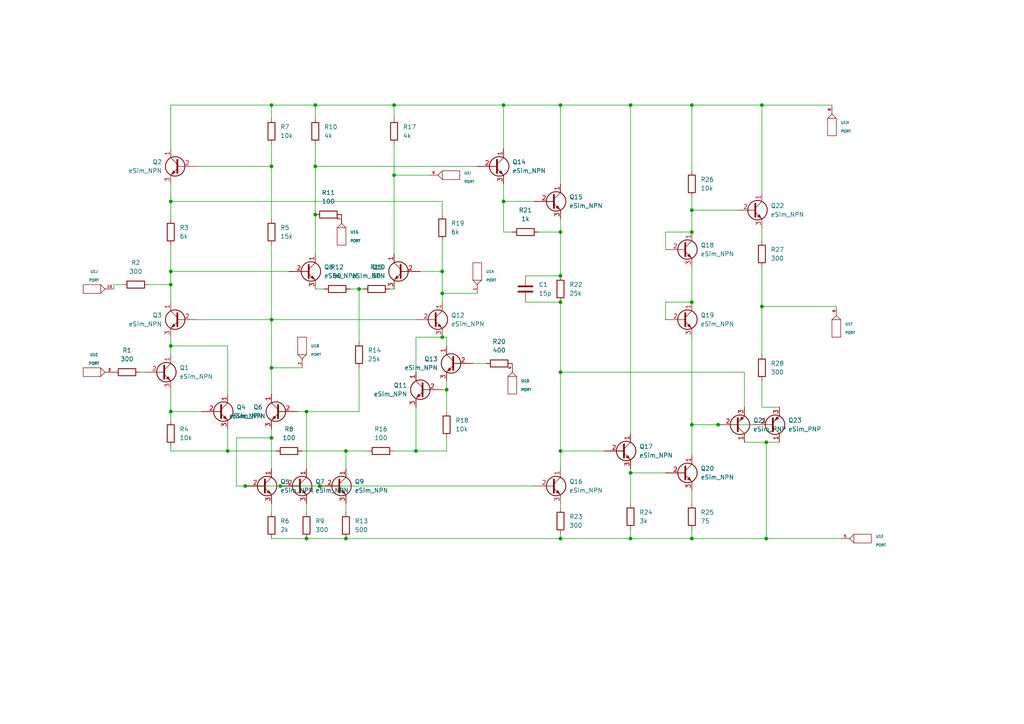
<source format=kicad_sch>
(kicad_sch (version 20211123) (generator eeschema)
  (paper "A4")
  (lib_symbols
    (symbol "eSim_Devices:capacitor" (pin_numbers hide) (pin_names (offset 0.254))
      (property "Reference" "C" (at 0.635 2.54 0))
      (property "Value" "capacitor" (at 0.635 -2.54 0))
      (symbol "capacitor_0_1"
        (polyline (pts (xy -2.032 -0.762) (xy 2.032 -0.762)) (stroke (width 0.508)))
        (polyline (pts (xy -2.032 0.762) (xy 2.032 0.762)) (stroke (width 0.508)))
      )
      (symbol "capacitor_1_1"
        (pin passive line (at 0 3.81 270) (length 2.794) (name "~") (number "1"))
        (pin passive line (at 0 -3.81 90) (length 2.794) (name "~") (number "2"))
      )
    )
    (symbol "eSim_Devices:eSim_NPN" (pin_names (offset 0) hide)
      (property "Reference" "Q" (at -2.54 1.27 0))
      (property "Value" "eSim_NPN" (at -1.27 3.81 0))
      (symbol "eSim_NPN_0_1"
        (polyline (pts (xy 0.635 0.635) (xy 2.54 2.54)))
        (polyline (pts (xy 0.635 -0.635) (xy 2.54 -2.54) (xy 2.54 -2.54)))
        (polyline (pts (xy 0.635 1.905) (xy 0.635 -1.905) (xy 0.635 -1.905)) (stroke (width 0.508)))
        (polyline (pts (xy 1.27 -1.778) (xy 1.778 -1.27) (xy 2.286 -2.286) (xy 1.27 -1.778) (xy 1.27 -1.778)) (fill (type outline)))
        (circle (center 1.27 0) (radius 2.8194) (stroke (width 0.254)))
      )
      (symbol "eSim_NPN_1_1"
        (pin passive line (at 2.54 5.08 270) (length 2.54) (name "C") (number "1"))
        (pin passive line (at -5.08 0 0) (length 5.715) (name "B") (number "2"))
        (pin passive line (at 2.54 -5.08 90) (length 2.54) (name "E") (number "3"))
      )
    )
    (symbol "eSim_Devices:eSim_PNP" (pin_names (offset 0) hide)
      (property "Reference" "Q" (at -2.54 1.27 0))
      (property "Value" "eSim_PNP" (at -1.27 3.81 0))
      (symbol "eSim_PNP_0_1"
        (polyline (pts (xy 0.635 0.635) (xy 2.54 2.54)))
        (polyline (pts (xy 0.635 -0.635) (xy 2.54 -2.54) (xy 2.54 -2.54)))
        (polyline (pts (xy 0.635 1.905) (xy 0.635 -1.905) (xy 0.635 -1.905)) (stroke (width 0.508)))
        (polyline (pts (xy 2.286 -1.778) (xy 1.778 -2.286) (xy 1.27 -1.27) (xy 2.286 -1.778) (xy 2.286 -1.778)) (fill (type outline)))
        (circle (center 1.27 0) (radius 2.8194) (stroke (width 0.254)))
      )
      (symbol "eSim_PNP_1_1"
        (pin passive line (at 2.54 5.08 270) (length 2.54) (name "C") (number "1"))
        (pin passive line (at -5.08 0 0) (length 5.715) (name "B") (number "2"))
        (pin passive line (at 2.54 -5.08 90) (length 2.54) (name "E") (number "3"))
      )
    )
    (symbol "eSim_Devices:resistor" (pin_numbers hide) (pin_names (offset 0))
      (property "Reference" "R" (at 1.27 3.302 0))
      (property "Value" "resistor" (at 1.27 -1.27 0))
      (symbol "resistor_0_1"
        (rectangle (start 3.81 0.254) (end -1.27 2.286) (stroke (width 0.254)))
      )
      (symbol "resistor_1_1"
        (pin passive line (at -2.54 1.27 0) (length 1.27) (name "~") (number "1"))
        (pin passive line (at 5.08 1.27 180) (length 1.27) (name "~") (number "2"))
      )
    )
    (symbol "eSim_Miscellaneous:PORT" (pin_names (offset 1.016))
      (property "Reference" "U" (at 1.27 2.54 0))
      (property "Value" "PORT" (at 0 0 0))
      (symbol "PORT_0_1"
        (rectangle (start -2.54 1.27) (end 2.54 -1.27))
        (arc (start 2.54 1.27) (mid 3.1355 0.5955) (end 3.81 0))
        (arc (start 3.81 0) (mid 3.1447 -0.6046) (end 2.54 -1.27))
      )
      (symbol "PORT_1_1"
        (pin bidirectional line (at 6.35 0 180) (length 2.54) (name "~") (number "1"))
      )
      (symbol "PORT_2_1"
        (pin bidirectional line (at 6.35 0 180) (length 2.54) (name "~") (number "2"))
      )
      (symbol "PORT_3_1"
        (pin bidirectional line (at 6.35 0 180) (length 2.54) (name "~") (number "3"))
      )
      (symbol "PORT_4_1"
        (pin bidirectional line (at 6.35 0 180) (length 2.54) (name "~") (number "4"))
      )
      (symbol "PORT_5_1"
        (pin bidirectional line (at 6.35 0 180) (length 2.54) (name "~") (number "5"))
      )
      (symbol "PORT_6_1"
        (pin bidirectional line (at 6.35 0 180) (length 2.54) (name "~") (number "6"))
      )
      (symbol "PORT_7_1"
        (pin bidirectional line (at 6.35 0 180) (length 2.54) (name "~") (number "7"))
      )
      (symbol "PORT_8_1"
        (pin bidirectional line (at 6.35 0 180) (length 2.54) (name "~") (number "8"))
      )
      (symbol "PORT_9_1"
        (pin bidirectional line (at 6.35 0 180) (length 2.54) (name "~") (number "9"))
      )
      (symbol "PORT_10_1"
        (pin bidirectional line (at 6.35 0 180) (length 2.54) (name "~") (number "10"))
      )
      (symbol "PORT_11_1"
        (pin bidirectional line (at 6.35 0 180) (length 2.54) (name "~") (number "11"))
      )
      (symbol "PORT_12_1"
        (pin bidirectional line (at 6.35 0 180) (length 2.54) (name "~") (number "12"))
      )
      (symbol "PORT_13_1"
        (pin bidirectional line (at 6.35 0 180) (length 2.54) (name "~") (number "13"))
      )
      (symbol "PORT_14_1"
        (pin bidirectional line (at 6.35 0 180) (length 2.54) (name "~") (number "14"))
      )
      (symbol "PORT_15_1"
        (pin bidirectional line (at 6.35 0 180) (length 2.54) (name "~") (number "15"))
      )
      (symbol "PORT_16_1"
        (pin bidirectional line (at 6.35 0 180) (length 2.54) (name "~") (number "16"))
      )
      (symbol "PORT_17_1"
        (pin bidirectional line (at 6.35 0 180) (length 2.54) (name "~") (number "17"))
      )
      (symbol "PORT_18_1"
        (pin bidirectional line (at 6.35 0 180) (length 2.54) (name "~") (number "18"))
      )
      (symbol "PORT_19_1"
        (pin bidirectional line (at 6.35 0 180) (length 2.54) (name "~") (number "19"))
      )
      (symbol "PORT_20_1"
        (pin bidirectional line (at 6.35 0 180) (length 2.54) (name "~") (number "20"))
      )
      (symbol "PORT_21_1"
        (pin bidirectional line (at 6.35 0 180) (length 2.54) (name "~") (number "21"))
      )
      (symbol "PORT_22_1"
        (pin bidirectional line (at 6.35 0 180) (length 2.54) (name "~") (number "22"))
      )
      (symbol "PORT_23_1"
        (pin bidirectional line (at 6.35 0 180) (length 2.54) (name "~") (number "23"))
      )
      (symbol "PORT_24_1"
        (pin bidirectional line (at 6.35 0 180) (length 2.54) (name "~") (number "24"))
      )
      (symbol "PORT_25_1"
        (pin bidirectional line (at 6.35 0 180) (length 2.54) (name "~") (number "25"))
      )
      (symbol "PORT_26_1"
        (pin bidirectional line (at 6.35 0 180) (length 2.54) (name "~") (number "26"))
      )
    )
  )
  (junction (at 200.66 30.48))
  (junction (at 104.14 83.82))
  (junction (at 222.25 156.21))
  (junction (at 120.65 130.81))
  (junction (at 81.28 140.97))
  (junction (at 162.56 80.01))
  (junction (at 114.3 50.8))
  (junction (at 100.33 156.21))
  (junction (at 91.44 62.23))
  (junction (at 49.53 100.33))
  (junction (at 78.74 127))
  (junction (at 182.88 156.21))
  (junction (at 182.88 30.48))
  (junction (at 182.88 137.16))
  (junction (at 78.74 92.71))
  (junction (at 91.44 48.26))
  (junction (at 66.04 130.81))
  (junction (at 220.98 88.9))
  (junction (at 146.05 58.42))
  (junction (at 71.12 140.97))
  (junction (at 162.56 87.63))
  (junction (at 114.3 30.48))
  (junction (at 78.74 106.68))
  (junction (at 78.74 48.26))
  (junction (at 162.56 156.21))
  (junction (at 128.27 78.74))
  (junction (at 91.44 30.48))
  (junction (at 222.25 128.27))
  (junction (at 49.53 78.74))
  (junction (at 146.05 30.48))
  (junction (at 49.53 82.55))
  (junction (at 200.66 60.96))
  (junction (at 200.66 67.31))
  (junction (at 78.74 30.48))
  (junction (at 162.56 107.95))
  (junction (at 128.27 85.09))
  (junction (at 128.27 97.79))
  (junction (at 49.53 58.42))
  (junction (at 92.71 140.97))
  (junction (at 200.66 156.21))
  (junction (at 162.56 130.81))
  (junction (at 100.33 130.81))
  (junction (at 200.66 87.63))
  (junction (at 88.9 156.21))
  (junction (at 220.98 30.48))
  (junction (at 49.53 119.38))
  (junction (at 129.54 113.03))
  (junction (at 88.9 119.38))
  (junction (at 162.56 30.48))
  (junction (at 208.28 123.19))
  (junction (at 162.56 67.31))
  (junction (at 200.66 123.19))
  (wire (pts (xy 182.88 125.73) (xy 182.88 30.48)))
  (wire (pts (xy 114.3 50.8) (xy 124.46 50.8)))
  (wire (pts (xy 200.66 123.19) (xy 208.28 123.19)))
  (wire (pts (xy 49.53 129.54) (xy 49.53 130.81)))
  (wire (pts (xy 128.27 62.23) (xy 128.27 58.42)))
  (wire (pts (xy 49.53 30.48) (xy 78.74 30.48)))
  (wire (pts (xy 49.53 58.42) (xy 128.27 58.42)))
  (wire (pts (xy 215.9 128.27) (xy 222.25 128.27)))
  (wire (pts (xy 129.54 113.03) (xy 129.54 119.38)))
  (wire (pts (xy 222.25 128.27) (xy 222.25 156.21)))
  (wire (pts (xy 68.58 127) (xy 78.74 127)))
  (wire (pts (xy 129.54 110.49) (xy 129.54 113.03)))
  (wire (pts (xy 88.9 119.38) (xy 104.14 119.38)))
  (wire (pts (xy 78.74 30.48) (xy 91.44 30.48)))
  (wire (pts (xy 114.3 41.91) (xy 114.3 50.8)))
  (wire (pts (xy 49.53 58.42) (xy 49.53 63.5)))
  (wire (pts (xy 78.74 156.21) (xy 88.9 156.21)))
  (wire (pts (xy 222.25 128.27) (xy 226.06 128.27)))
  (wire (pts (xy 78.74 114.3) (xy 78.74 106.68)))
  (wire (pts (xy 220.98 88.9) (xy 220.98 102.87)))
  (wire (pts (xy 162.56 130.81) (xy 162.56 135.89)))
  (wire (pts (xy 200.66 97.79) (xy 200.66 123.19)))
  (wire (pts (xy 88.9 156.21) (xy 100.33 156.21)))
  (wire (pts (xy 182.88 137.16) (xy 182.88 146.05)))
  (wire (pts (xy 222.25 156.21) (xy 243.84 156.21)))
  (wire (pts (xy 49.53 82.55) (xy 43.18 82.55)))
  (wire (pts (xy 193.04 67.31) (xy 200.66 67.31)))
  (wire (pts (xy 78.74 124.46) (xy 78.74 127)))
  (wire (pts (xy 222.25 156.21) (xy 200.66 156.21)))
  (wire (pts (xy 68.58 140.97) (xy 71.12 140.97)))
  (wire (pts (xy 104.14 99.06) (xy 104.14 83.82)))
  (wire (pts (xy 182.88 30.48) (xy 162.56 30.48)))
  (wire (pts (xy 220.98 77.47) (xy 220.98 88.9)))
  (wire (pts (xy 146.05 30.48) (xy 114.3 30.48)))
  (wire (pts (xy 49.53 119.38) (xy 49.53 121.92)))
  (wire (pts (xy 162.56 146.05) (xy 162.56 147.32)))
  (wire (pts (xy 215.9 118.11) (xy 215.9 107.95)))
  (wire (pts (xy 152.4 80.01) (xy 162.56 80.01)))
  (wire (pts (xy 114.3 34.29) (xy 114.3 30.48)))
  (wire (pts (xy 215.9 107.95) (xy 162.56 107.95)))
  (wire (pts (xy 129.54 100.33) (xy 129.54 97.79)))
  (wire (pts (xy 220.98 30.48) (xy 241.3 30.48)))
  (wire (pts (xy 66.04 124.46) (xy 66.04 130.81)))
  (wire (pts (xy 128.27 69.85) (xy 128.27 78.74)))
  (wire (pts (xy 100.33 130.81) (xy 106.68 130.81)))
  (wire (pts (xy 100.33 135.89) (xy 100.33 130.81)))
  (wire (pts (xy 78.74 127) (xy 78.74 135.89)))
  (wire (pts (xy 208.28 123.19) (xy 218.44 123.19)))
  (wire (pts (xy 40.64 107.95) (xy 41.91 107.95)))
  (wire (pts (xy 91.44 83.82) (xy 93.98 83.82)))
  (wire (pts (xy 220.98 110.49) (xy 220.98 118.11)))
  (wire (pts (xy 162.56 156.21) (xy 162.56 154.94)))
  (wire (pts (xy 128.27 78.74) (xy 121.92 78.74)))
  (wire (pts (xy 49.53 78.74) (xy 83.82 78.74)))
  (wire (pts (xy 49.53 53.34) (xy 49.53 58.42)))
  (wire (pts (xy 200.66 60.96) (xy 200.66 67.31)))
  (wire (pts (xy 78.74 146.05) (xy 78.74 148.59)))
  (wire (pts (xy 156.21 67.31) (xy 162.56 67.31)))
  (wire (pts (xy 86.36 119.38) (xy 88.9 119.38)))
  (wire (pts (xy 78.74 106.68) (xy 78.74 92.71)))
  (wire (pts (xy 220.98 88.9) (xy 242.57 88.9)))
  (wire (pts (xy 68.58 140.97) (xy 68.58 127)))
  (wire (pts (xy 91.44 41.91) (xy 91.44 48.26)))
  (wire (pts (xy 182.88 153.67) (xy 182.88 156.21)))
  (wire (pts (xy 49.53 71.12) (xy 49.53 78.74)))
  (wire (pts (xy 78.74 30.48) (xy 78.74 34.29)))
  (wire (pts (xy 91.44 62.23) (xy 91.44 73.66)))
  (wire (pts (xy 91.44 34.29) (xy 91.44 30.48)))
  (wire (pts (xy 162.56 67.31) (xy 162.56 63.5)))
  (wire (pts (xy 104.14 119.38) (xy 104.14 106.68)))
  (wire (pts (xy 182.88 135.89) (xy 182.88 137.16)))
  (wire (pts (xy 33.02 82.55) (xy 33.02 83.82)))
  (wire (pts (xy 129.54 127) (xy 129.54 130.81)))
  (wire (pts (xy 200.66 142.24) (xy 200.66 146.05)))
  (wire (pts (xy 114.3 50.8) (xy 114.3 73.66)))
  (wire (pts (xy 193.04 72.39) (xy 193.04 67.31)))
  (wire (pts (xy 120.65 97.79) (xy 128.27 97.79)))
  (wire (pts (xy 128.27 85.09) (xy 128.27 78.74)))
  (wire (pts (xy 78.74 92.71) (xy 78.74 71.12)))
  (wire (pts (xy 101.6 83.82) (xy 104.14 83.82)))
  (wire (pts (xy 58.42 119.38) (xy 49.53 119.38)))
  (wire (pts (xy 129.54 97.79) (xy 128.27 97.79)))
  (wire (pts (xy 162.56 107.95) (xy 162.56 130.81)))
  (wire (pts (xy 78.74 63.5) (xy 78.74 48.26)))
  (wire (pts (xy 92.71 140.97) (xy 154.94 140.97)))
  (wire (pts (xy 78.74 92.71) (xy 120.65 92.71)))
  (wire (pts (xy 200.66 57.15) (xy 200.66 60.96)))
  (wire (pts (xy 137.16 105.41) (xy 140.97 105.41)))
  (wire (pts (xy 81.28 140.97) (xy 92.71 140.97)))
  (wire (pts (xy 220.98 118.11) (xy 226.06 118.11)))
  (wire (pts (xy 162.56 30.48) (xy 146.05 30.48)))
  (wire (pts (xy 220.98 66.04) (xy 220.98 69.85)))
  (wire (pts (xy 49.53 43.18) (xy 49.53 30.48)))
  (wire (pts (xy 182.88 30.48) (xy 200.66 30.48)))
  (wire (pts (xy 66.04 114.3) (xy 66.04 100.33)))
  (wire (pts (xy 35.56 82.55) (xy 33.02 82.55)))
  (wire (pts (xy 220.98 55.88) (xy 220.98 30.48)))
  (wire (pts (xy 71.12 140.97) (xy 81.28 140.97)))
  (wire (pts (xy 162.56 53.34) (xy 162.56 30.48)))
  (wire (pts (xy 146.05 58.42) (xy 146.05 53.34)))
  (wire (pts (xy 49.53 82.55) (xy 49.53 87.63)))
  (wire (pts (xy 128.27 85.09) (xy 138.43 85.09)))
  (wire (pts (xy 182.88 137.16) (xy 193.04 137.16)))
  (wire (pts (xy 49.53 130.81) (xy 66.04 130.81)))
  (wire (pts (xy 114.3 130.81) (xy 120.65 130.81)))
  (wire (pts (xy 146.05 67.31) (xy 148.59 67.31)))
  (wire (pts (xy 66.04 100.33) (xy 49.53 100.33)))
  (wire (pts (xy 200.66 77.47) (xy 200.66 87.63)))
  (wire (pts (xy 200.66 123.19) (xy 200.66 132.08)))
  (wire (pts (xy 182.88 156.21) (xy 162.56 156.21)))
  (wire (pts (xy 200.66 49.53) (xy 200.66 30.48)))
  (wire (pts (xy 49.53 97.79) (xy 49.53 100.33)))
  (wire (pts (xy 129.54 113.03) (xy 128.27 113.03)))
  (wire (pts (xy 162.56 67.31) (xy 162.56 80.01)))
  (wire (pts (xy 88.9 119.38) (xy 88.9 135.89)))
  (wire (pts (xy 193.04 87.63) (xy 200.66 87.63)))
  (wire (pts (xy 114.3 30.48) (xy 91.44 30.48)))
  (wire (pts (xy 162.56 130.81) (xy 175.26 130.81)))
  (wire (pts (xy 200.66 30.48) (xy 220.98 30.48)))
  (wire (pts (xy 78.74 48.26) (xy 78.74 41.91)))
  (wire (pts (xy 91.44 48.26) (xy 91.44 62.23)))
  (wire (pts (xy 66.04 130.81) (xy 80.01 130.81)))
  (wire (pts (xy 200.66 60.96) (xy 213.36 60.96)))
  (wire (pts (xy 193.04 92.71) (xy 193.04 87.63)))
  (wire (pts (xy 78.74 106.68) (xy 87.63 106.68)))
  (wire (pts (xy 120.65 107.95) (xy 120.65 97.79)))
  (wire (pts (xy 146.05 30.48) (xy 146.05 43.18)))
  (wire (pts (xy 162.56 87.63) (xy 162.56 107.95)))
  (wire (pts (xy 200.66 153.67) (xy 200.66 156.21)))
  (wire (pts (xy 49.53 100.33) (xy 49.53 102.87)))
  (wire (pts (xy 200.66 156.21) (xy 182.88 156.21)))
  (wire (pts (xy 100.33 146.05) (xy 100.33 148.59)))
  (wire (pts (xy 49.53 119.38) (xy 49.53 113.03)))
  (wire (pts (xy 49.53 78.74) (xy 49.53 82.55)))
  (wire (pts (xy 120.65 130.81) (xy 120.65 118.11)))
  (wire (pts (xy 91.44 48.26) (xy 138.43 48.26)))
  (wire (pts (xy 152.4 87.63) (xy 162.56 87.63)))
  (wire (pts (xy 154.94 58.42) (xy 146.05 58.42)))
  (wire (pts (xy 104.14 83.82) (xy 105.41 83.82)))
  (wire (pts (xy 87.63 130.81) (xy 100.33 130.81)))
  (wire (pts (xy 128.27 87.63) (xy 128.27 85.09)))
  (wire (pts (xy 57.15 48.26) (xy 78.74 48.26)))
  (wire (pts (xy 129.54 130.81) (xy 120.65 130.81)))
  (wire (pts (xy 57.15 92.71) (xy 78.74 92.71)))
  (wire (pts (xy 146.05 58.42) (xy 146.05 67.31)))
  (wire (pts (xy 88.9 146.05) (xy 88.9 148.59)))
  (wire (pts (xy 100.33 156.21) (xy 162.56 156.21)))
  (wire (pts (xy 113.03 83.82) (xy 114.3 83.82)))
  (symbol (lib_id "eSim_Miscellaneous:PORT") (at 26.67 107.95 0) (unit 3)
    (property "Reference" "U1" (at 27.305 102.87 0) (effects (font (size 0.762 0.762))))
    (property "Value" "PORT" (at 27.305 105.41 0) (effects (font (size 0.762 0.762))))
  )
  (symbol (lib_id "eSim_Devices:resistor") (at 219.71 72.39 270) (unit 1)
    (property "Reference" "R27" (at 223.52 72.3899 90) (effects (justify left)))
    (property "Value" "300" (at 223.52 74.9299 90) (effects (justify left)))
  )
  (symbol (lib_id "eSim_Devices:resistor") (at 96.52 85.09 0) (unit 1)
    (property "Reference" "R12" (at 97.79 77.47 0))
    (property "Value" "50" (at 97.79 80.01 0))
  )
  (symbol (lib_id "eSim_Miscellaneous:PORT") (at 138.43 78.74 270) (unit 1)
    (property "Reference" "U1" (at 140.97 78.74 90) (effects (font (size 0.762 0.762)) (justify left)))
    (property "Value" "PORT" (at 140.97 81.28 90) (effects (font (size 0.762 0.762)) (justify left)))
  )
  (symbol (lib_id "eSim_Devices:eSim_PNP") (at 223.52 123.19 0) (mirror x) (unit 1)
    (property "Reference" "Q23" (at 228.6 121.9199 0) (effects (justify left)))
    (property "Value" "eSim_PNP" (at 228.6 124.4599 0) (effects (justify left)))
  )
  (symbol (lib_id "eSim_Devices:resistor") (at 92.71 39.37 90) (unit 1)
    (property "Reference" "R10" (at 93.98 36.8299 90) (effects (justify right)))
    (property "Value" "4k" (at 93.98 39.3699 90) (effects (justify right)))
  )
  (symbol (lib_id "eSim_Devices:eSim_NPN") (at 81.28 119.38 0) (mirror y) (unit 1)
    (property "Reference" "Q6" (at 76.2 118.1099 0) (effects (justify left)))
    (property "Value" "eSim_NPN" (at 76.2 120.6499 0) (effects (justify left)))
  )
  (symbol (lib_id "eSim_Devices:resistor") (at 50.8 68.58 90) (unit 1)
    (property "Reference" "R3" (at 52.07 66.0399 90) (effects (justify right)))
    (property "Value" "6k" (at 52.07 68.5799 90) (effects (justify right)))
  )
  (symbol (lib_id "eSim_Devices:eSim_NPN") (at 52.07 48.26 0) (mirror y) (unit 1)
    (property "Reference" "Q2" (at 46.99 46.9899 0) (effects (justify left)))
    (property "Value" "eSim_NPN" (at 46.99 49.5299 0) (effects (justify left)))
  )
  (symbol (lib_id "eSim_Miscellaneous:PORT") (at 148.59 111.76 90) (unit 4)
    (property "Reference" "U1" (at 151.13 110.49 90) (effects (font (size 0.762 0.762)) (justify right)))
    (property "Value" "PORT" (at 151.13 113.03 90) (effects (font (size 0.762 0.762)) (justify right)))
  )
  (symbol (lib_id "eSim_Devices:resistor") (at 85.09 129.54 180) (unit 1)
    (property "Reference" "R8" (at 83.82 124.46 0))
    (property "Value" "100" (at 83.82 127 0))
  )
  (symbol (lib_id "eSim_Devices:eSim_NPN") (at 116.84 78.74 0) (mirror y) (unit 1)
    (property "Reference" "Q10" (at 111.76 77.4699 0) (effects (justify left)))
    (property "Value" "eSim_NPN" (at 111.76 80.0099 0) (effects (justify left)))
  )
  (symbol (lib_id "eSim_Devices:resistor") (at 38.1 83.82 0) (unit 1)
    (property "Reference" "R2" (at 39.37 76.2 0))
    (property "Value" "300" (at 39.37 78.74 0))
  )
  (symbol (lib_id "eSim_Devices:eSim_NPN") (at 97.79 140.97 0) (unit 1)
    (property "Reference" "Q9" (at 102.87 139.6999 0) (effects (justify left)))
    (property "Value" "eSim_NPN" (at 102.87 142.2399 0) (effects (justify left)))
  )
  (symbol (lib_id "eSim_Devices:eSim_NPN") (at 125.73 92.71 0) (unit 1)
    (property "Reference" "Q12" (at 130.81 91.4399 0) (effects (justify left)))
    (property "Value" "eSim_NPN" (at 130.81 93.9799 0) (effects (justify left)))
  )
  (symbol (lib_id "eSim_Devices:eSim_NPN") (at 198.12 72.39 0) (unit 1)
    (property "Reference" "Q18" (at 203.2 71.1199 0) (effects (justify left)))
    (property "Value" "eSim_NPN" (at 203.2 73.6599 0) (effects (justify left)))
  )
  (symbol (lib_id "eSim_Devices:resistor") (at 181.61 148.59 270) (unit 1)
    (property "Reference" "R24" (at 185.42 148.5899 90) (effects (justify left)))
    (property "Value" "3k" (at 185.42 151.1299 90) (effects (justify left)))
  )
  (symbol (lib_id "eSim_Devices:resistor") (at 153.67 66.04 180) (unit 1)
    (property "Reference" "R21" (at 152.4 60.96 0))
    (property "Value" "1k" (at 152.4 63.5 0))
  )
  (symbol (lib_id "eSim_Devices:resistor") (at 111.76 129.54 180) (unit 1)
    (property "Reference" "R16" (at 110.49 124.46 0))
    (property "Value" "100" (at 110.49 127 0))
  )
  (symbol (lib_id "eSim_Devices:resistor") (at 161.29 82.55 270) (unit 1)
    (property "Reference" "R22" (at 165.1 82.5499 90) (effects (justify left)))
    (property "Value" "25k" (at 165.1 85.0899 90) (effects (justify left)))
  )
  (symbol (lib_id "eSim_Devices:resistor") (at 219.71 105.41 270) (unit 1)
    (property "Reference" "R28" (at 223.52 105.4099 90) (effects (justify left)))
    (property "Value" "300" (at 223.52 107.9499 90) (effects (justify left)))
  )
  (symbol (lib_id "eSim_Devices:resistor") (at 115.57 39.37 90) (unit 1)
    (property "Reference" "R17" (at 116.84 36.8299 90) (effects (justify right)))
    (property "Value" "4k" (at 116.84 39.3699 90) (effects (justify right)))
  )
  (symbol (lib_id "eSim_Devices:resistor") (at 107.95 85.09 0) (unit 1)
    (property "Reference" "R15" (at 109.22 77.47 0))
    (property "Value" "50" (at 109.22 80.01 0))
  )
  (symbol (lib_id "eSim_Devices:resistor") (at 129.54 67.31 90) (unit 1)
    (property "Reference" "R19" (at 130.81 64.7699 90) (effects (justify right)))
    (property "Value" "6k" (at 130.81 67.3099 90) (effects (justify right)))
  )
  (symbol (lib_id "eSim_Devices:resistor") (at 146.05 104.14 180) (unit 1)
    (property "Reference" "R20" (at 144.78 99.06 0))
    (property "Value" "400" (at 144.78 101.6 0))
  )
  (symbol (lib_id "eSim_Devices:eSim_NPN") (at 88.9 78.74 0) (unit 1)
    (property "Reference" "Q8" (at 93.98 77.4699 0) (effects (justify left)))
    (property "Value" "eSim_NPN" (at 93.98 80.0099 0) (effects (justify left)))
  )
  (symbol (lib_id "eSim_Devices:resistor") (at 50.8 127 90) (unit 1)
    (property "Reference" "R4" (at 52.07 124.4599 90) (effects (justify right)))
    (property "Value" "10k" (at 52.07 126.9999 90) (effects (justify right)))
  )
  (symbol (lib_id "eSim_Devices:eSim_NPN") (at 160.02 140.97 0) (unit 1)
    (property "Reference" "Q16" (at 165.1 139.6999 0) (effects (justify left)))
    (property "Value" "eSim_NPN" (at 165.1 142.2399 0) (effects (justify left)))
  )
  (symbol (lib_id "eSim_Devices:eSim_NPN") (at 143.51 48.26 0) (unit 1)
    (property "Reference" "Q14" (at 148.59 46.9899 0) (effects (justify left)))
    (property "Value" "eSim_NPN" (at 148.59 49.5299 0) (effects (justify left)))
  )
  (symbol (lib_id "eSim_Devices:eSim_NPN") (at 86.36 140.97 0) (unit 1)
    (property "Reference" "Q7" (at 91.44 139.6999 0) (effects (justify left)))
    (property "Value" "eSim_NPN" (at 91.44 142.2399 0) (effects (justify left)))
  )
  (symbol (lib_id "eSim_Devices:resistor") (at 128.27 121.92 270) (unit 1)
    (property "Reference" "R18" (at 132.08 121.9199 90) (effects (justify left)))
    (property "Value" "10k" (at 132.08 124.4599 90) (effects (justify left)))
  )
  (symbol (lib_id "eSim_Devices:eSim_NPN") (at 52.07 92.71 0) (mirror y) (unit 1)
    (property "Reference" "Q3" (at 46.99 91.4399 0) (effects (justify left)))
    (property "Value" "eSim_NPN" (at 46.99 93.9799 0) (effects (justify left)))
  )
  (symbol (lib_id "eSim_Devices:resistor") (at 87.63 151.13 270) (unit 1)
    (property "Reference" "R9" (at 91.44 151.1299 90) (effects (justify left)))
    (property "Value" "300" (at 91.44 153.6699 90) (effects (justify left)))
  )
  (symbol (lib_id "eSim_Devices:eSim_NPN") (at 63.5 119.38 0) (unit 1)
    (property "Reference" "Q4" (at 68.58 118.1099 0) (effects (justify left)))
    (property "Value" "eSim_NPN" (at 67.31 120.6499 0) (effects (justify left)))
  )
  (symbol (lib_id "eSim_Miscellaneous:PORT") (at 99.06 68.58 90) (unit 7)
    (property "Reference" "U1" (at 101.6 67.31 90) (effects (font (size 0.762 0.762)) (justify right)))
    (property "Value" "PORT" (at 101.6 69.85 90) (effects (font (size 0.762 0.762)) (justify right)))
  )
  (symbol (lib_id "eSim_Devices:eSim_NPN") (at 198.12 137.16 0) (unit 1)
    (property "Reference" "Q20" (at 203.2 135.8899 0) (effects (justify left)))
    (property "Value" "eSim_NPN" (at 203.2 138.4299 0) (effects (justify left)))
  )
  (symbol (lib_id "eSim_Miscellaneous:PORT") (at 26.67 83.82 0) (unit 10)
    (property "Reference" "U1" (at 27.305 78.74 0) (effects (font (size 0.762 0.762))))
    (property "Value" "PORT" (at 27.305 81.28 0) (effects (font (size 0.762 0.762))))
  )
  (symbol (lib_id "eSim_Devices:eSim_PNP") (at 213.36 123.19 0) (mirror x) (unit 1)
    (property "Reference" "Q21" (at 218.44 121.9199 0) (effects (justify left)))
    (property "Value" "eSim_PNP" (at 218.44 124.4599 0) (effects (justify left)))
  )
  (symbol (lib_id "eSim_Devices:resistor") (at 105.41 104.14 90) (unit 1)
    (property "Reference" "R14" (at 106.68 101.5999 90) (effects (justify right)))
    (property "Value" "25k" (at 106.68 104.1399 90) (effects (justify right)))
  )
  (symbol (lib_id "eSim_Devices:eSim_NPN") (at 180.34 130.81 0) (unit 1)
    (property "Reference" "Q17" (at 185.42 129.5399 0) (effects (justify left)))
    (property "Value" "eSim_NPN" (at 185.42 132.0799 0) (effects (justify left)))
  )
  (symbol (lib_id "eSim_Devices:resistor") (at 93.98 63.5 0) (unit 1)
    (property "Reference" "R11" (at 95.25 55.88 0))
    (property "Value" "100" (at 95.25 58.42 0))
  )
  (symbol (lib_id "eSim_Devices:eSim_NPN") (at 76.2 140.97 0) (unit 1)
    (property "Reference" "Q5" (at 81.28 139.6999 0) (effects (justify left)))
    (property "Value" "eSim_NPN" (at 81.28 142.2399 0) (effects (justify left)))
  )
  (symbol (lib_id "eSim_Miscellaneous:PORT") (at 130.81 50.8 180) (unit 9)
    (property "Reference" "U1" (at 134.62 50.165 0) (effects (font (size 0.762 0.762)) (justify right)))
    (property "Value" "PORT" (at 134.62 52.705 0) (effects (font (size 0.762 0.762)) (justify right)))
  )
  (symbol (lib_id "eSim_Devices:eSim_NPN") (at 160.02 58.42 0) (unit 1)
    (property "Reference" "Q15" (at 165.1 57.1499 0) (effects (justify left)))
    (property "Value" "eSim_NPN" (at 165.1 59.6899 0) (effects (justify left)))
  )
  (symbol (lib_id "eSim_Devices:eSim_NPN") (at 123.19 113.03 0) (mirror y) (unit 1)
    (property "Reference" "Q11" (at 118.11 111.7599 0) (effects (justify left)))
    (property "Value" "eSim_NPN" (at 118.11 114.2999 0) (effects (justify left)))
  )
  (symbol (lib_id "eSim_Miscellaneous:PORT") (at 241.3 36.83 90) (unit 8)
    (property "Reference" "U1" (at 243.84 35.56 90) (effects (font (size 0.762 0.762)) (justify right)))
    (property "Value" "PORT" (at 243.84 38.1 90) (effects (font (size 0.762 0.762)) (justify right)))
  )
  (symbol (lib_id "eSim_Devices:resistor") (at 77.47 151.13 270) (unit 1)
    (property "Reference" "R6" (at 81.28 151.1299 90) (effects (justify left)))
    (property "Value" "2k" (at 81.28 153.6699 90) (effects (justify left)))
  )
  (symbol (lib_id "eSim_Devices:eSim_NPN") (at 132.08 105.41 0) (mirror y) (unit 1)
    (property "Reference" "Q13" (at 127 104.1399 0) (effects (justify left)))
    (property "Value" "eSim_NPN" (at 127 106.6799 0) (effects (justify left)))
  )
  (symbol (lib_id "eSim_Devices:eSim_NPN") (at 218.44 60.96 0) (unit 1)
    (property "Reference" "Q22" (at 223.52 59.6899 0) (effects (justify left)))
    (property "Value" "eSim_NPN" (at 223.52 62.2299 0) (effects (justify left)))
  )
  (symbol (lib_id "eSim_Devices:resistor") (at 35.56 109.22 0) (unit 1)
    (property "Reference" "R1" (at 36.83 101.6 0))
    (property "Value" "300" (at 36.83 104.14 0))
  )
  (symbol (lib_id "eSim_Devices:resistor") (at 161.29 149.86 270) (unit 1)
    (property "Reference" "R23" (at 165.1 149.8599 90) (effects (justify left)))
    (property "Value" "300" (at 165.1 152.3999 90) (effects (justify left)))
  )
  (symbol (lib_id "eSim_Devices:resistor") (at 77.47 66.04 270) (unit 1)
    (property "Reference" "R5" (at 81.28 66.0399 90) (effects (justify left)))
    (property "Value" "15k" (at 81.28 68.5799 90) (effects (justify left)))
  )
  (symbol (lib_id "eSim_Miscellaneous:PORT") (at 87.63 100.33 270) (unit 2)
    (property "Reference" "U1" (at 90.17 100.33 90) (effects (font (size 0.762 0.762)) (justify left)))
    (property "Value" "PORT" (at 90.17 102.87 90) (effects (font (size 0.762 0.762)) (justify left)))
  )
  (symbol (lib_id "eSim_Devices:eSim_NPN") (at 46.99 107.95 0) (unit 1)
    (property "Reference" "Q1" (at 52.07 106.6799 0) (effects (justify left)))
    (property "Value" "eSim_NPN" (at 52.07 109.2199 0) (effects (justify left)))
  )
  (symbol (lib_id "eSim_Devices:resistor") (at 99.06 151.13 270) (unit 1)
    (property "Reference" "R13" (at 102.87 151.1299 90) (effects (justify left)))
    (property "Value" "500" (at 102.87 153.6699 90) (effects (justify left)))
  )
  (symbol (lib_id "eSim_Miscellaneous:PORT") (at 242.57 95.25 90) (unit 6)
    (property "Reference" "U1" (at 245.11 93.98 90) (effects (font (size 0.762 0.762)) (justify right)))
    (property "Value" "PORT" (at 245.11 96.52 90) (effects (font (size 0.762 0.762)) (justify right)))
  )
  (symbol (lib_id "eSim_Devices:capacitor") (at 152.4 83.82 0) (unit 1)
    (property "Reference" "C1" (at 156.21 82.5499 0) (effects (justify left)))
    (property "Value" "15p" (at 156.21 85.0899 0) (effects (justify left)))
  )
  (symbol (lib_id "eSim_Devices:resistor") (at 201.93 54.61 90) (unit 1)
    (property "Reference" "R26" (at 203.2 52.0699 90) (effects (justify right)))
    (property "Value" "10k" (at 203.2 54.6099 90) (effects (justify right)))
  )
  (symbol (lib_id "eSim_Devices:resistor") (at 199.39 148.59 270) (unit 1)
    (property "Reference" "R25" (at 203.2 148.5899 90) (effects (justify left)))
    (property "Value" "75" (at 203.2 151.1299 90) (effects (justify left)))
  )
  (symbol (lib_id "eSim_Miscellaneous:PORT") (at 250.19 156.21 180) (unit 5)
    (property "Reference" "U1" (at 254 155.575 0) (effects (font (size 0.762 0.762)) (justify right)))
    (property "Value" "PORT" (at 254 158.115 0) (effects (font (size 0.762 0.762)) (justify right)))
  )
  (symbol (lib_id "eSim_Devices:eSim_NPN") (at 198.12 92.71 0) (unit 1)
    (property "Reference" "Q19" (at 203.2 91.4399 0) (effects (justify left)))
    (property "Value" "eSim_NPN" (at 203.2 93.9799 0) (effects (justify left)))
  )
  (symbol (lib_id "eSim_Devices:resistor") (at 80.01 39.37 90) (unit 1)
    (property "Reference" "R7" (at 81.28 36.8299 90) (effects (justify right)))
    (property "Value" "10k" (at 81.28 39.3699 90) (effects (justify right)))
  )
)
</source>
